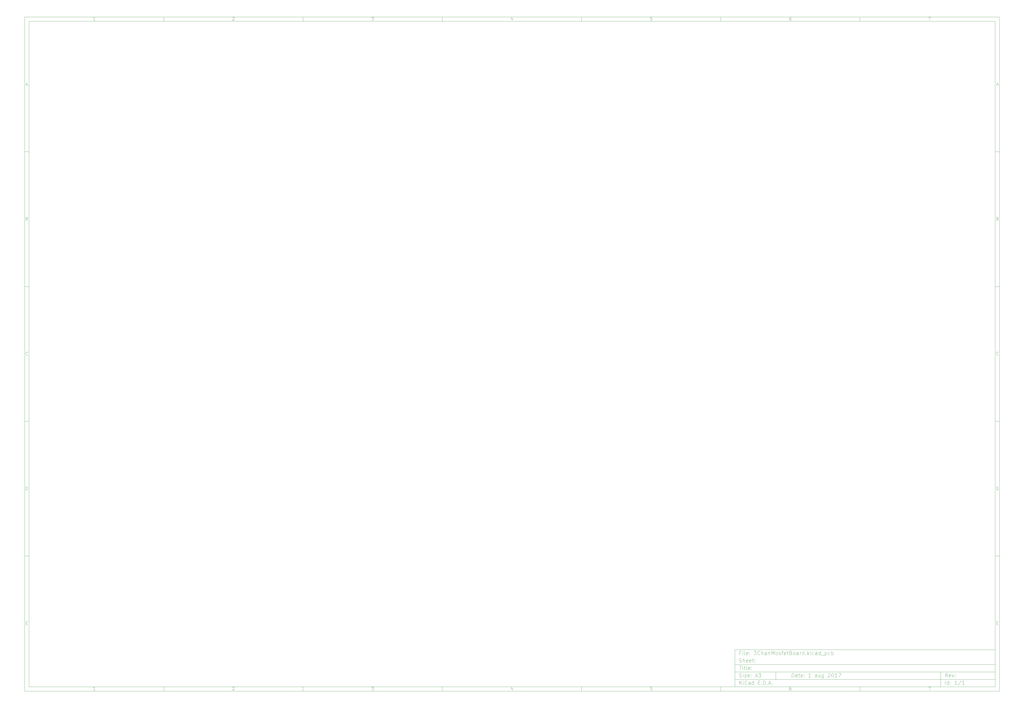
<source format=gbp>
G04 (created by PCBNEW (2013-jul-07)-stable) date Tue 01 Aug 2017 10:55:42 AM PDT*
%MOIN*%
G04 Gerber Fmt 3.4, Leading zero omitted, Abs format*
%FSLAX34Y34*%
G01*
G70*
G90*
G04 APERTURE LIST*
%ADD10C,0.00393701*%
G04 APERTURE END LIST*
G54D10*
X4000Y-4000D02*
X161350Y-4000D01*
X161350Y-112930D01*
X4000Y-112930D01*
X4000Y-4000D01*
X4700Y-4700D02*
X160650Y-4700D01*
X160650Y-112230D01*
X4700Y-112230D01*
X4700Y-4700D01*
X26470Y-4000D02*
X26470Y-4700D01*
X15382Y-4552D02*
X15097Y-4552D01*
X15240Y-4552D02*
X15240Y-4052D01*
X15192Y-4123D01*
X15144Y-4171D01*
X15097Y-4195D01*
X26470Y-112930D02*
X26470Y-112230D01*
X15382Y-112782D02*
X15097Y-112782D01*
X15240Y-112782D02*
X15240Y-112282D01*
X15192Y-112353D01*
X15144Y-112401D01*
X15097Y-112425D01*
X48940Y-4000D02*
X48940Y-4700D01*
X37567Y-4100D02*
X37590Y-4076D01*
X37638Y-4052D01*
X37757Y-4052D01*
X37805Y-4076D01*
X37829Y-4100D01*
X37852Y-4147D01*
X37852Y-4195D01*
X37829Y-4266D01*
X37543Y-4552D01*
X37852Y-4552D01*
X48940Y-112930D02*
X48940Y-112230D01*
X37567Y-112330D02*
X37590Y-112306D01*
X37638Y-112282D01*
X37757Y-112282D01*
X37805Y-112306D01*
X37829Y-112330D01*
X37852Y-112377D01*
X37852Y-112425D01*
X37829Y-112496D01*
X37543Y-112782D01*
X37852Y-112782D01*
X71410Y-4000D02*
X71410Y-4700D01*
X60013Y-4052D02*
X60322Y-4052D01*
X60156Y-4242D01*
X60227Y-4242D01*
X60275Y-4266D01*
X60299Y-4290D01*
X60322Y-4338D01*
X60322Y-4457D01*
X60299Y-4504D01*
X60275Y-4528D01*
X60227Y-4552D01*
X60084Y-4552D01*
X60037Y-4528D01*
X60013Y-4504D01*
X71410Y-112930D02*
X71410Y-112230D01*
X60013Y-112282D02*
X60322Y-112282D01*
X60156Y-112472D01*
X60227Y-112472D01*
X60275Y-112496D01*
X60299Y-112520D01*
X60322Y-112568D01*
X60322Y-112687D01*
X60299Y-112734D01*
X60275Y-112758D01*
X60227Y-112782D01*
X60084Y-112782D01*
X60037Y-112758D01*
X60013Y-112734D01*
X93880Y-4000D02*
X93880Y-4700D01*
X82745Y-4219D02*
X82745Y-4552D01*
X82626Y-4028D02*
X82507Y-4385D01*
X82816Y-4385D01*
X93880Y-112930D02*
X93880Y-112230D01*
X82745Y-112449D02*
X82745Y-112782D01*
X82626Y-112258D02*
X82507Y-112615D01*
X82816Y-112615D01*
X116350Y-4000D02*
X116350Y-4700D01*
X105239Y-4052D02*
X105000Y-4052D01*
X104977Y-4290D01*
X105000Y-4266D01*
X105048Y-4242D01*
X105167Y-4242D01*
X105215Y-4266D01*
X105239Y-4290D01*
X105262Y-4338D01*
X105262Y-4457D01*
X105239Y-4504D01*
X105215Y-4528D01*
X105167Y-4552D01*
X105048Y-4552D01*
X105000Y-4528D01*
X104977Y-4504D01*
X116350Y-112930D02*
X116350Y-112230D01*
X105239Y-112282D02*
X105000Y-112282D01*
X104977Y-112520D01*
X105000Y-112496D01*
X105048Y-112472D01*
X105167Y-112472D01*
X105215Y-112496D01*
X105239Y-112520D01*
X105262Y-112568D01*
X105262Y-112687D01*
X105239Y-112734D01*
X105215Y-112758D01*
X105167Y-112782D01*
X105048Y-112782D01*
X105000Y-112758D01*
X104977Y-112734D01*
X138820Y-4000D02*
X138820Y-4700D01*
X127685Y-4052D02*
X127590Y-4052D01*
X127542Y-4076D01*
X127518Y-4100D01*
X127470Y-4171D01*
X127447Y-4266D01*
X127447Y-4457D01*
X127470Y-4504D01*
X127494Y-4528D01*
X127542Y-4552D01*
X127637Y-4552D01*
X127685Y-4528D01*
X127709Y-4504D01*
X127732Y-4457D01*
X127732Y-4338D01*
X127709Y-4290D01*
X127685Y-4266D01*
X127637Y-4242D01*
X127542Y-4242D01*
X127494Y-4266D01*
X127470Y-4290D01*
X127447Y-4338D01*
X138820Y-112930D02*
X138820Y-112230D01*
X127685Y-112282D02*
X127590Y-112282D01*
X127542Y-112306D01*
X127518Y-112330D01*
X127470Y-112401D01*
X127447Y-112496D01*
X127447Y-112687D01*
X127470Y-112734D01*
X127494Y-112758D01*
X127542Y-112782D01*
X127637Y-112782D01*
X127685Y-112758D01*
X127709Y-112734D01*
X127732Y-112687D01*
X127732Y-112568D01*
X127709Y-112520D01*
X127685Y-112496D01*
X127637Y-112472D01*
X127542Y-112472D01*
X127494Y-112496D01*
X127470Y-112520D01*
X127447Y-112568D01*
X149893Y-4052D02*
X150226Y-4052D01*
X150012Y-4552D01*
X149893Y-112282D02*
X150226Y-112282D01*
X150012Y-112782D01*
X4000Y-25780D02*
X4700Y-25780D01*
X4230Y-14949D02*
X4469Y-14949D01*
X4183Y-15092D02*
X4350Y-14592D01*
X4516Y-15092D01*
X161350Y-25780D02*
X160650Y-25780D01*
X160880Y-14949D02*
X161119Y-14949D01*
X160833Y-15092D02*
X161000Y-14592D01*
X161166Y-15092D01*
X4000Y-47560D02*
X4700Y-47560D01*
X4385Y-36610D02*
X4457Y-36634D01*
X4480Y-36658D01*
X4504Y-36705D01*
X4504Y-36777D01*
X4480Y-36824D01*
X4457Y-36848D01*
X4409Y-36872D01*
X4219Y-36872D01*
X4219Y-36372D01*
X4385Y-36372D01*
X4433Y-36396D01*
X4457Y-36420D01*
X4480Y-36467D01*
X4480Y-36515D01*
X4457Y-36562D01*
X4433Y-36586D01*
X4385Y-36610D01*
X4219Y-36610D01*
X161350Y-47560D02*
X160650Y-47560D01*
X161035Y-36610D02*
X161107Y-36634D01*
X161130Y-36658D01*
X161154Y-36705D01*
X161154Y-36777D01*
X161130Y-36824D01*
X161107Y-36848D01*
X161059Y-36872D01*
X160869Y-36872D01*
X160869Y-36372D01*
X161035Y-36372D01*
X161083Y-36396D01*
X161107Y-36420D01*
X161130Y-36467D01*
X161130Y-36515D01*
X161107Y-36562D01*
X161083Y-36586D01*
X161035Y-36610D01*
X160869Y-36610D01*
X4000Y-69340D02*
X4700Y-69340D01*
X4504Y-58604D02*
X4480Y-58628D01*
X4409Y-58652D01*
X4361Y-58652D01*
X4290Y-58628D01*
X4242Y-58580D01*
X4219Y-58533D01*
X4195Y-58438D01*
X4195Y-58366D01*
X4219Y-58271D01*
X4242Y-58223D01*
X4290Y-58176D01*
X4361Y-58152D01*
X4409Y-58152D01*
X4480Y-58176D01*
X4504Y-58200D01*
X161350Y-69340D02*
X160650Y-69340D01*
X161154Y-58604D02*
X161130Y-58628D01*
X161059Y-58652D01*
X161011Y-58652D01*
X160940Y-58628D01*
X160892Y-58580D01*
X160869Y-58533D01*
X160845Y-58438D01*
X160845Y-58366D01*
X160869Y-58271D01*
X160892Y-58223D01*
X160940Y-58176D01*
X161011Y-58152D01*
X161059Y-58152D01*
X161130Y-58176D01*
X161154Y-58200D01*
X4000Y-91120D02*
X4700Y-91120D01*
X4219Y-80432D02*
X4219Y-79932D01*
X4338Y-79932D01*
X4409Y-79956D01*
X4457Y-80003D01*
X4480Y-80051D01*
X4504Y-80146D01*
X4504Y-80218D01*
X4480Y-80313D01*
X4457Y-80360D01*
X4409Y-80408D01*
X4338Y-80432D01*
X4219Y-80432D01*
X161350Y-91120D02*
X160650Y-91120D01*
X160869Y-80432D02*
X160869Y-79932D01*
X160988Y-79932D01*
X161059Y-79956D01*
X161107Y-80003D01*
X161130Y-80051D01*
X161154Y-80146D01*
X161154Y-80218D01*
X161130Y-80313D01*
X161107Y-80360D01*
X161059Y-80408D01*
X160988Y-80432D01*
X160869Y-80432D01*
X4242Y-101950D02*
X4409Y-101950D01*
X4480Y-102212D02*
X4242Y-102212D01*
X4242Y-101712D01*
X4480Y-101712D01*
X160892Y-101950D02*
X161059Y-101950D01*
X161130Y-102212D02*
X160892Y-102212D01*
X160892Y-101712D01*
X161130Y-101712D01*
X127800Y-110672D02*
X127875Y-110072D01*
X128017Y-110072D01*
X128100Y-110101D01*
X128150Y-110158D01*
X128171Y-110215D01*
X128185Y-110330D01*
X128175Y-110415D01*
X128132Y-110530D01*
X128096Y-110587D01*
X128032Y-110644D01*
X127942Y-110672D01*
X127800Y-110672D01*
X128657Y-110672D02*
X128696Y-110358D01*
X128675Y-110301D01*
X128621Y-110272D01*
X128507Y-110272D01*
X128446Y-110301D01*
X128660Y-110644D02*
X128600Y-110672D01*
X128457Y-110672D01*
X128403Y-110644D01*
X128382Y-110587D01*
X128389Y-110530D01*
X128425Y-110472D01*
X128485Y-110444D01*
X128628Y-110444D01*
X128689Y-110415D01*
X128907Y-110272D02*
X129135Y-110272D01*
X129017Y-110072D02*
X128953Y-110587D01*
X128975Y-110644D01*
X129028Y-110672D01*
X129085Y-110672D01*
X129517Y-110644D02*
X129457Y-110672D01*
X129342Y-110672D01*
X129289Y-110644D01*
X129267Y-110587D01*
X129296Y-110358D01*
X129332Y-110301D01*
X129392Y-110272D01*
X129507Y-110272D01*
X129560Y-110301D01*
X129582Y-110358D01*
X129575Y-110415D01*
X129282Y-110472D01*
X129807Y-110615D02*
X129832Y-110644D01*
X129800Y-110672D01*
X129775Y-110644D01*
X129807Y-110615D01*
X129800Y-110672D01*
X129846Y-110301D02*
X129871Y-110330D01*
X129839Y-110358D01*
X129814Y-110330D01*
X129846Y-110301D01*
X129839Y-110358D01*
X130857Y-110672D02*
X130514Y-110672D01*
X130685Y-110672D02*
X130760Y-110072D01*
X130692Y-110158D01*
X130628Y-110215D01*
X130567Y-110244D01*
X131828Y-110672D02*
X131867Y-110358D01*
X131846Y-110301D01*
X131792Y-110272D01*
X131678Y-110272D01*
X131617Y-110301D01*
X131832Y-110644D02*
X131771Y-110672D01*
X131628Y-110672D01*
X131575Y-110644D01*
X131553Y-110587D01*
X131560Y-110530D01*
X131596Y-110472D01*
X131657Y-110444D01*
X131800Y-110444D01*
X131860Y-110415D01*
X132421Y-110272D02*
X132371Y-110672D01*
X132164Y-110272D02*
X132125Y-110587D01*
X132146Y-110644D01*
X132200Y-110672D01*
X132285Y-110672D01*
X132346Y-110644D01*
X132378Y-110615D01*
X132964Y-110272D02*
X132903Y-110758D01*
X132867Y-110815D01*
X132835Y-110844D01*
X132775Y-110872D01*
X132689Y-110872D01*
X132635Y-110844D01*
X132917Y-110644D02*
X132857Y-110672D01*
X132742Y-110672D01*
X132689Y-110644D01*
X132664Y-110615D01*
X132642Y-110558D01*
X132664Y-110387D01*
X132700Y-110330D01*
X132732Y-110301D01*
X132792Y-110272D01*
X132907Y-110272D01*
X132960Y-110301D01*
X133696Y-110130D02*
X133728Y-110101D01*
X133789Y-110072D01*
X133932Y-110072D01*
X133985Y-110101D01*
X134010Y-110130D01*
X134032Y-110187D01*
X134025Y-110244D01*
X133985Y-110330D01*
X133600Y-110672D01*
X133971Y-110672D01*
X134417Y-110072D02*
X134475Y-110072D01*
X134528Y-110101D01*
X134553Y-110130D01*
X134575Y-110187D01*
X134589Y-110301D01*
X134571Y-110444D01*
X134528Y-110558D01*
X134492Y-110615D01*
X134460Y-110644D01*
X134400Y-110672D01*
X134342Y-110672D01*
X134289Y-110644D01*
X134264Y-110615D01*
X134242Y-110558D01*
X134228Y-110444D01*
X134246Y-110301D01*
X134289Y-110187D01*
X134325Y-110130D01*
X134357Y-110101D01*
X134417Y-110072D01*
X135114Y-110672D02*
X134771Y-110672D01*
X134942Y-110672D02*
X135017Y-110072D01*
X134950Y-110158D01*
X134885Y-110215D01*
X134825Y-110244D01*
X135389Y-110072D02*
X135789Y-110072D01*
X135457Y-110672D01*
X119392Y-111872D02*
X119392Y-111272D01*
X119735Y-111872D02*
X119478Y-111530D01*
X119735Y-111272D02*
X119392Y-111615D01*
X119992Y-111872D02*
X119992Y-111472D01*
X119992Y-111272D02*
X119964Y-111301D01*
X119992Y-111330D01*
X120021Y-111301D01*
X119992Y-111272D01*
X119992Y-111330D01*
X120621Y-111815D02*
X120592Y-111844D01*
X120507Y-111872D01*
X120450Y-111872D01*
X120364Y-111844D01*
X120307Y-111787D01*
X120278Y-111730D01*
X120250Y-111615D01*
X120250Y-111530D01*
X120278Y-111415D01*
X120307Y-111358D01*
X120364Y-111301D01*
X120450Y-111272D01*
X120507Y-111272D01*
X120592Y-111301D01*
X120621Y-111330D01*
X121135Y-111872D02*
X121135Y-111558D01*
X121107Y-111501D01*
X121050Y-111472D01*
X120935Y-111472D01*
X120878Y-111501D01*
X121135Y-111844D02*
X121078Y-111872D01*
X120935Y-111872D01*
X120878Y-111844D01*
X120850Y-111787D01*
X120850Y-111730D01*
X120878Y-111672D01*
X120935Y-111644D01*
X121078Y-111644D01*
X121135Y-111615D01*
X121678Y-111872D02*
X121678Y-111272D01*
X121678Y-111844D02*
X121621Y-111872D01*
X121507Y-111872D01*
X121450Y-111844D01*
X121421Y-111815D01*
X121392Y-111758D01*
X121392Y-111587D01*
X121421Y-111530D01*
X121450Y-111501D01*
X121507Y-111472D01*
X121621Y-111472D01*
X121678Y-111501D01*
X122421Y-111558D02*
X122621Y-111558D01*
X122707Y-111872D02*
X122421Y-111872D01*
X122421Y-111272D01*
X122707Y-111272D01*
X122964Y-111815D02*
X122992Y-111844D01*
X122964Y-111872D01*
X122935Y-111844D01*
X122964Y-111815D01*
X122964Y-111872D01*
X123249Y-111872D02*
X123249Y-111272D01*
X123392Y-111272D01*
X123478Y-111301D01*
X123535Y-111358D01*
X123564Y-111415D01*
X123592Y-111530D01*
X123592Y-111615D01*
X123564Y-111730D01*
X123535Y-111787D01*
X123478Y-111844D01*
X123392Y-111872D01*
X123249Y-111872D01*
X123849Y-111815D02*
X123878Y-111844D01*
X123849Y-111872D01*
X123821Y-111844D01*
X123849Y-111815D01*
X123849Y-111872D01*
X124107Y-111701D02*
X124392Y-111701D01*
X124049Y-111872D02*
X124249Y-111272D01*
X124449Y-111872D01*
X124649Y-111815D02*
X124678Y-111844D01*
X124649Y-111872D01*
X124621Y-111844D01*
X124649Y-111815D01*
X124649Y-111872D01*
X152942Y-110672D02*
X152778Y-110387D01*
X152600Y-110672D02*
X152675Y-110072D01*
X152903Y-110072D01*
X152957Y-110101D01*
X152982Y-110130D01*
X153003Y-110187D01*
X152992Y-110272D01*
X152957Y-110330D01*
X152925Y-110358D01*
X152864Y-110387D01*
X152635Y-110387D01*
X153432Y-110644D02*
X153371Y-110672D01*
X153257Y-110672D01*
X153203Y-110644D01*
X153182Y-110587D01*
X153210Y-110358D01*
X153246Y-110301D01*
X153307Y-110272D01*
X153421Y-110272D01*
X153475Y-110301D01*
X153496Y-110358D01*
X153489Y-110415D01*
X153196Y-110472D01*
X153707Y-110272D02*
X153800Y-110672D01*
X153992Y-110272D01*
X154178Y-110615D02*
X154203Y-110644D01*
X154171Y-110672D01*
X154146Y-110644D01*
X154178Y-110615D01*
X154171Y-110672D01*
X154217Y-110301D02*
X154242Y-110330D01*
X154210Y-110358D01*
X154185Y-110330D01*
X154217Y-110301D01*
X154210Y-110358D01*
X119364Y-110644D02*
X119450Y-110672D01*
X119592Y-110672D01*
X119650Y-110644D01*
X119678Y-110615D01*
X119707Y-110558D01*
X119707Y-110501D01*
X119678Y-110444D01*
X119650Y-110415D01*
X119592Y-110387D01*
X119478Y-110358D01*
X119421Y-110330D01*
X119392Y-110301D01*
X119364Y-110244D01*
X119364Y-110187D01*
X119392Y-110130D01*
X119421Y-110101D01*
X119478Y-110072D01*
X119621Y-110072D01*
X119707Y-110101D01*
X119964Y-110672D02*
X119964Y-110272D01*
X119964Y-110072D02*
X119935Y-110101D01*
X119964Y-110130D01*
X119992Y-110101D01*
X119964Y-110072D01*
X119964Y-110130D01*
X120192Y-110272D02*
X120507Y-110272D01*
X120192Y-110672D01*
X120507Y-110672D01*
X120964Y-110644D02*
X120907Y-110672D01*
X120792Y-110672D01*
X120735Y-110644D01*
X120707Y-110587D01*
X120707Y-110358D01*
X120735Y-110301D01*
X120792Y-110272D01*
X120907Y-110272D01*
X120964Y-110301D01*
X120992Y-110358D01*
X120992Y-110415D01*
X120707Y-110472D01*
X121250Y-110615D02*
X121278Y-110644D01*
X121250Y-110672D01*
X121221Y-110644D01*
X121250Y-110615D01*
X121250Y-110672D01*
X121250Y-110301D02*
X121278Y-110330D01*
X121250Y-110358D01*
X121221Y-110330D01*
X121250Y-110301D01*
X121250Y-110358D01*
X121964Y-110501D02*
X122250Y-110501D01*
X121907Y-110672D02*
X122107Y-110072D01*
X122307Y-110672D01*
X122450Y-110072D02*
X122821Y-110072D01*
X122621Y-110301D01*
X122707Y-110301D01*
X122764Y-110330D01*
X122792Y-110358D01*
X122821Y-110415D01*
X122821Y-110558D01*
X122792Y-110615D01*
X122764Y-110644D01*
X122707Y-110672D01*
X122535Y-110672D01*
X122478Y-110644D01*
X122450Y-110615D01*
X152592Y-111872D02*
X152592Y-111272D01*
X153135Y-111872D02*
X153135Y-111272D01*
X153135Y-111844D02*
X153078Y-111872D01*
X152964Y-111872D01*
X152907Y-111844D01*
X152878Y-111815D01*
X152850Y-111758D01*
X152850Y-111587D01*
X152878Y-111530D01*
X152907Y-111501D01*
X152964Y-111472D01*
X153078Y-111472D01*
X153135Y-111501D01*
X153421Y-111815D02*
X153450Y-111844D01*
X153421Y-111872D01*
X153392Y-111844D01*
X153421Y-111815D01*
X153421Y-111872D01*
X153421Y-111501D02*
X153450Y-111530D01*
X153421Y-111558D01*
X153392Y-111530D01*
X153421Y-111501D01*
X153421Y-111558D01*
X154478Y-111872D02*
X154135Y-111872D01*
X154307Y-111872D02*
X154307Y-111272D01*
X154249Y-111358D01*
X154192Y-111415D01*
X154135Y-111444D01*
X155164Y-111244D02*
X154650Y-112015D01*
X155678Y-111872D02*
X155335Y-111872D01*
X155507Y-111872D02*
X155507Y-111272D01*
X155449Y-111358D01*
X155392Y-111415D01*
X155335Y-111444D01*
X119389Y-108872D02*
X119732Y-108872D01*
X119485Y-109472D02*
X119560Y-108872D01*
X119857Y-109472D02*
X119907Y-109072D01*
X119932Y-108872D02*
X119900Y-108901D01*
X119925Y-108930D01*
X119957Y-108901D01*
X119932Y-108872D01*
X119925Y-108930D01*
X120107Y-109072D02*
X120335Y-109072D01*
X120217Y-108872D02*
X120153Y-109387D01*
X120175Y-109444D01*
X120228Y-109472D01*
X120285Y-109472D01*
X120571Y-109472D02*
X120517Y-109444D01*
X120496Y-109387D01*
X120560Y-108872D01*
X121032Y-109444D02*
X120971Y-109472D01*
X120857Y-109472D01*
X120803Y-109444D01*
X120782Y-109387D01*
X120810Y-109158D01*
X120846Y-109101D01*
X120907Y-109072D01*
X121021Y-109072D01*
X121075Y-109101D01*
X121096Y-109158D01*
X121089Y-109215D01*
X120796Y-109272D01*
X121321Y-109415D02*
X121346Y-109444D01*
X121314Y-109472D01*
X121289Y-109444D01*
X121321Y-109415D01*
X121314Y-109472D01*
X121360Y-109101D02*
X121385Y-109130D01*
X121353Y-109158D01*
X121328Y-109130D01*
X121360Y-109101D01*
X121353Y-109158D01*
X119592Y-106758D02*
X119392Y-106758D01*
X119392Y-107072D02*
X119392Y-106472D01*
X119678Y-106472D01*
X119907Y-107072D02*
X119907Y-106672D01*
X119907Y-106472D02*
X119878Y-106501D01*
X119907Y-106530D01*
X119935Y-106501D01*
X119907Y-106472D01*
X119907Y-106530D01*
X120278Y-107072D02*
X120221Y-107044D01*
X120192Y-106987D01*
X120192Y-106472D01*
X120735Y-107044D02*
X120678Y-107072D01*
X120564Y-107072D01*
X120507Y-107044D01*
X120478Y-106987D01*
X120478Y-106758D01*
X120507Y-106701D01*
X120564Y-106672D01*
X120678Y-106672D01*
X120735Y-106701D01*
X120764Y-106758D01*
X120764Y-106815D01*
X120478Y-106872D01*
X121021Y-107015D02*
X121050Y-107044D01*
X121021Y-107072D01*
X120992Y-107044D01*
X121021Y-107015D01*
X121021Y-107072D01*
X121021Y-106701D02*
X121050Y-106730D01*
X121021Y-106758D01*
X120992Y-106730D01*
X121021Y-106701D01*
X121021Y-106758D01*
X121707Y-106472D02*
X122078Y-106472D01*
X121878Y-106701D01*
X121964Y-106701D01*
X122021Y-106730D01*
X122050Y-106758D01*
X122078Y-106815D01*
X122078Y-106958D01*
X122050Y-107015D01*
X122021Y-107044D01*
X121964Y-107072D01*
X121792Y-107072D01*
X121735Y-107044D01*
X121707Y-107015D01*
X122678Y-107015D02*
X122650Y-107044D01*
X122564Y-107072D01*
X122507Y-107072D01*
X122421Y-107044D01*
X122364Y-106987D01*
X122335Y-106930D01*
X122307Y-106815D01*
X122307Y-106730D01*
X122335Y-106615D01*
X122364Y-106558D01*
X122421Y-106501D01*
X122507Y-106472D01*
X122564Y-106472D01*
X122650Y-106501D01*
X122678Y-106530D01*
X122935Y-107072D02*
X122935Y-106472D01*
X123192Y-107072D02*
X123192Y-106758D01*
X123164Y-106701D01*
X123107Y-106672D01*
X123021Y-106672D01*
X122964Y-106701D01*
X122935Y-106730D01*
X123735Y-107072D02*
X123735Y-106758D01*
X123707Y-106701D01*
X123650Y-106672D01*
X123535Y-106672D01*
X123478Y-106701D01*
X123735Y-107044D02*
X123678Y-107072D01*
X123535Y-107072D01*
X123478Y-107044D01*
X123450Y-106987D01*
X123450Y-106930D01*
X123478Y-106872D01*
X123535Y-106844D01*
X123678Y-106844D01*
X123735Y-106815D01*
X124021Y-106672D02*
X124021Y-107072D01*
X124021Y-106730D02*
X124050Y-106701D01*
X124107Y-106672D01*
X124192Y-106672D01*
X124250Y-106701D01*
X124278Y-106758D01*
X124278Y-107072D01*
X124564Y-107072D02*
X124564Y-106472D01*
X124764Y-106901D01*
X124964Y-106472D01*
X124964Y-107072D01*
X125335Y-107072D02*
X125278Y-107044D01*
X125250Y-107015D01*
X125221Y-106958D01*
X125221Y-106787D01*
X125250Y-106730D01*
X125278Y-106701D01*
X125335Y-106672D01*
X125421Y-106672D01*
X125478Y-106701D01*
X125507Y-106730D01*
X125535Y-106787D01*
X125535Y-106958D01*
X125507Y-107015D01*
X125478Y-107044D01*
X125421Y-107072D01*
X125335Y-107072D01*
X125764Y-107044D02*
X125821Y-107072D01*
X125935Y-107072D01*
X125992Y-107044D01*
X126021Y-106987D01*
X126021Y-106958D01*
X125992Y-106901D01*
X125935Y-106872D01*
X125850Y-106872D01*
X125792Y-106844D01*
X125764Y-106787D01*
X125764Y-106758D01*
X125792Y-106701D01*
X125850Y-106672D01*
X125935Y-106672D01*
X125992Y-106701D01*
X126192Y-106672D02*
X126421Y-106672D01*
X126278Y-107072D02*
X126278Y-106558D01*
X126307Y-106501D01*
X126364Y-106472D01*
X126421Y-106472D01*
X126850Y-107044D02*
X126792Y-107072D01*
X126678Y-107072D01*
X126621Y-107044D01*
X126592Y-106987D01*
X126592Y-106758D01*
X126621Y-106701D01*
X126678Y-106672D01*
X126792Y-106672D01*
X126850Y-106701D01*
X126878Y-106758D01*
X126878Y-106815D01*
X126592Y-106872D01*
X127050Y-106672D02*
X127278Y-106672D01*
X127135Y-106472D02*
X127135Y-106987D01*
X127164Y-107044D01*
X127221Y-107072D01*
X127278Y-107072D01*
X127678Y-106758D02*
X127764Y-106787D01*
X127792Y-106815D01*
X127821Y-106872D01*
X127821Y-106958D01*
X127792Y-107015D01*
X127764Y-107044D01*
X127707Y-107072D01*
X127478Y-107072D01*
X127478Y-106472D01*
X127678Y-106472D01*
X127735Y-106501D01*
X127764Y-106530D01*
X127792Y-106587D01*
X127792Y-106644D01*
X127764Y-106701D01*
X127735Y-106730D01*
X127678Y-106758D01*
X127478Y-106758D01*
X128164Y-107072D02*
X128107Y-107044D01*
X128078Y-107015D01*
X128050Y-106958D01*
X128050Y-106787D01*
X128078Y-106730D01*
X128107Y-106701D01*
X128164Y-106672D01*
X128250Y-106672D01*
X128307Y-106701D01*
X128335Y-106730D01*
X128364Y-106787D01*
X128364Y-106958D01*
X128335Y-107015D01*
X128307Y-107044D01*
X128250Y-107072D01*
X128164Y-107072D01*
X128878Y-107072D02*
X128878Y-106758D01*
X128850Y-106701D01*
X128792Y-106672D01*
X128678Y-106672D01*
X128621Y-106701D01*
X128878Y-107044D02*
X128821Y-107072D01*
X128678Y-107072D01*
X128621Y-107044D01*
X128592Y-106987D01*
X128592Y-106930D01*
X128621Y-106872D01*
X128678Y-106844D01*
X128821Y-106844D01*
X128878Y-106815D01*
X129164Y-107072D02*
X129164Y-106672D01*
X129164Y-106787D02*
X129192Y-106730D01*
X129221Y-106701D01*
X129278Y-106672D01*
X129335Y-106672D01*
X129792Y-107072D02*
X129792Y-106472D01*
X129792Y-107044D02*
X129735Y-107072D01*
X129621Y-107072D01*
X129564Y-107044D01*
X129535Y-107015D01*
X129507Y-106958D01*
X129507Y-106787D01*
X129535Y-106730D01*
X129564Y-106701D01*
X129621Y-106672D01*
X129735Y-106672D01*
X129792Y-106701D01*
X130078Y-107015D02*
X130107Y-107044D01*
X130078Y-107072D01*
X130050Y-107044D01*
X130078Y-107015D01*
X130078Y-107072D01*
X130364Y-107072D02*
X130364Y-106472D01*
X130421Y-106844D02*
X130592Y-107072D01*
X130592Y-106672D02*
X130364Y-106901D01*
X130849Y-107072D02*
X130849Y-106672D01*
X130849Y-106472D02*
X130821Y-106501D01*
X130849Y-106530D01*
X130878Y-106501D01*
X130849Y-106472D01*
X130849Y-106530D01*
X131392Y-107044D02*
X131335Y-107072D01*
X131221Y-107072D01*
X131164Y-107044D01*
X131135Y-107015D01*
X131107Y-106958D01*
X131107Y-106787D01*
X131135Y-106730D01*
X131164Y-106701D01*
X131221Y-106672D01*
X131335Y-106672D01*
X131392Y-106701D01*
X131907Y-107072D02*
X131907Y-106758D01*
X131878Y-106701D01*
X131821Y-106672D01*
X131707Y-106672D01*
X131649Y-106701D01*
X131907Y-107044D02*
X131849Y-107072D01*
X131707Y-107072D01*
X131649Y-107044D01*
X131621Y-106987D01*
X131621Y-106930D01*
X131649Y-106872D01*
X131707Y-106844D01*
X131849Y-106844D01*
X131907Y-106815D01*
X132449Y-107072D02*
X132449Y-106472D01*
X132449Y-107044D02*
X132392Y-107072D01*
X132278Y-107072D01*
X132221Y-107044D01*
X132192Y-107015D01*
X132164Y-106958D01*
X132164Y-106787D01*
X132192Y-106730D01*
X132221Y-106701D01*
X132278Y-106672D01*
X132392Y-106672D01*
X132449Y-106701D01*
X132592Y-107130D02*
X133049Y-107130D01*
X133192Y-106672D02*
X133192Y-107272D01*
X133192Y-106701D02*
X133249Y-106672D01*
X133364Y-106672D01*
X133421Y-106701D01*
X133449Y-106730D01*
X133478Y-106787D01*
X133478Y-106958D01*
X133449Y-107015D01*
X133421Y-107044D01*
X133364Y-107072D01*
X133249Y-107072D01*
X133192Y-107044D01*
X133992Y-107044D02*
X133935Y-107072D01*
X133821Y-107072D01*
X133764Y-107044D01*
X133735Y-107015D01*
X133707Y-106958D01*
X133707Y-106787D01*
X133735Y-106730D01*
X133764Y-106701D01*
X133821Y-106672D01*
X133935Y-106672D01*
X133992Y-106701D01*
X134249Y-107072D02*
X134249Y-106472D01*
X134249Y-106701D02*
X134307Y-106672D01*
X134421Y-106672D01*
X134478Y-106701D01*
X134507Y-106730D01*
X134535Y-106787D01*
X134535Y-106958D01*
X134507Y-107015D01*
X134478Y-107044D01*
X134421Y-107072D01*
X134307Y-107072D01*
X134249Y-107044D01*
X119364Y-108244D02*
X119450Y-108272D01*
X119592Y-108272D01*
X119650Y-108244D01*
X119678Y-108215D01*
X119707Y-108158D01*
X119707Y-108101D01*
X119678Y-108044D01*
X119650Y-108015D01*
X119592Y-107987D01*
X119478Y-107958D01*
X119421Y-107930D01*
X119392Y-107901D01*
X119364Y-107844D01*
X119364Y-107787D01*
X119392Y-107730D01*
X119421Y-107701D01*
X119478Y-107672D01*
X119621Y-107672D01*
X119707Y-107701D01*
X119964Y-108272D02*
X119964Y-107672D01*
X120221Y-108272D02*
X120221Y-107958D01*
X120192Y-107901D01*
X120135Y-107872D01*
X120050Y-107872D01*
X119992Y-107901D01*
X119964Y-107930D01*
X120735Y-108244D02*
X120678Y-108272D01*
X120564Y-108272D01*
X120507Y-108244D01*
X120478Y-108187D01*
X120478Y-107958D01*
X120507Y-107901D01*
X120564Y-107872D01*
X120678Y-107872D01*
X120735Y-107901D01*
X120764Y-107958D01*
X120764Y-108015D01*
X120478Y-108072D01*
X121250Y-108244D02*
X121192Y-108272D01*
X121078Y-108272D01*
X121021Y-108244D01*
X120992Y-108187D01*
X120992Y-107958D01*
X121021Y-107901D01*
X121078Y-107872D01*
X121192Y-107872D01*
X121250Y-107901D01*
X121278Y-107958D01*
X121278Y-108015D01*
X120992Y-108072D01*
X121450Y-107872D02*
X121678Y-107872D01*
X121535Y-107672D02*
X121535Y-108187D01*
X121564Y-108244D01*
X121621Y-108272D01*
X121678Y-108272D01*
X121878Y-108215D02*
X121907Y-108244D01*
X121878Y-108272D01*
X121850Y-108244D01*
X121878Y-108215D01*
X121878Y-108272D01*
X121878Y-107901D02*
X121907Y-107930D01*
X121878Y-107958D01*
X121850Y-107930D01*
X121878Y-107901D01*
X121878Y-107958D01*
X118650Y-106230D02*
X118650Y-112230D01*
X118650Y-106230D02*
X160650Y-106230D01*
X118650Y-106230D02*
X160650Y-106230D01*
X118650Y-108630D02*
X160650Y-108630D01*
X151850Y-109830D02*
X151850Y-112230D01*
X118650Y-111030D02*
X160650Y-111030D01*
X118650Y-109830D02*
X160650Y-109830D01*
X125250Y-109830D02*
X125250Y-111030D01*
M02*

</source>
